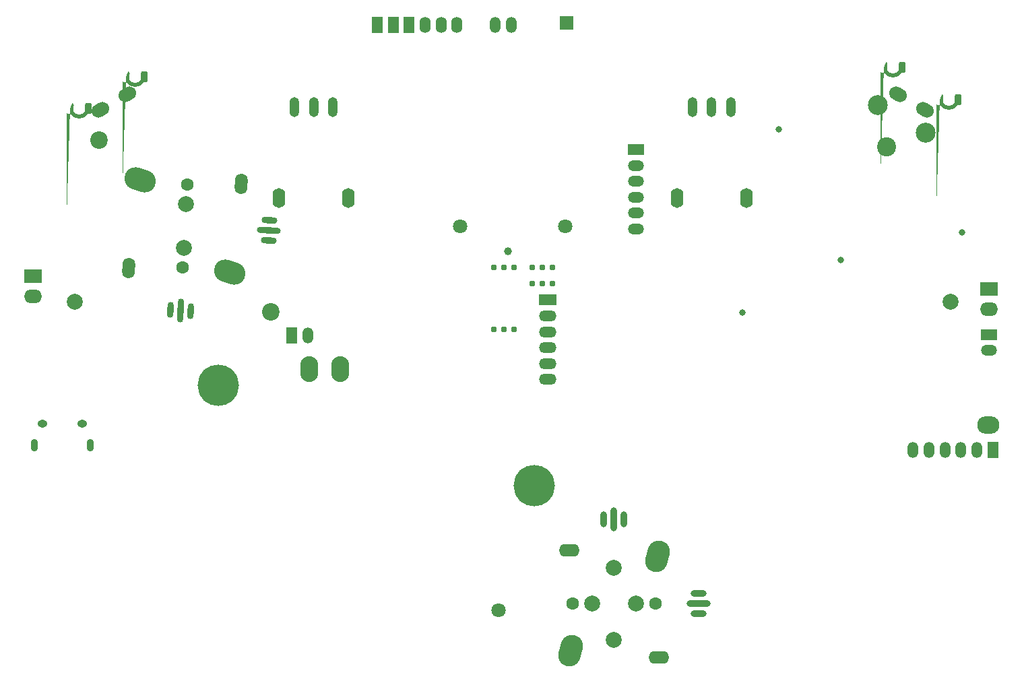
<source format=gbs>
G04 #@! TF.GenerationSoftware,KiCad,Pcbnew,(6.0.9)*
G04 #@! TF.CreationDate,2022-12-12T22:53:00-08:00*
G04 #@! TF.ProjectId,PhoZL-2.0.2,50686f5a-4c2d-4322-9e30-2e322e6b6963,rev?*
G04 #@! TF.SameCoordinates,Original*
G04 #@! TF.FileFunction,Soldermask,Bot*
G04 #@! TF.FilePolarity,Negative*
%FSLAX46Y46*%
G04 Gerber Fmt 4.6, Leading zero omitted, Abs format (unit mm)*
G04 Created by KiCad (PCBNEW (6.0.9)) date 2022-12-12 22:53:00*
%MOMM*%
%LPD*%
G01*
G04 APERTURE LIST*
G04 Aperture macros list*
%AMHorizOval*
0 Thick line with rounded ends*
0 $1 width*
0 $2 $3 position (X,Y) of the first rounded end (center of the circle)*
0 $4 $5 position (X,Y) of the second rounded end (center of the circle)*
0 Add line between two ends*
20,1,$1,$2,$3,$4,$5,0*
0 Add two circle primitives to create the rounded ends*
1,1,$1,$2,$3*
1,1,$1,$4,$5*%
%AMFreePoly0*
4,1,57,0.276537,0.684776,0.341421,0.641421,0.384776,0.576537,0.400000,0.500000,0.400000,-0.300961,0.458548,-0.402369,0.578106,-0.535153,0.722659,-0.640176,0.885889,-0.712851,1.060661,-0.750001,1.239339,-0.750000,1.414112,-0.712851,1.577341,-0.640176,1.721894,-0.535153,1.841452,-0.402369,1.900000,-0.300961,1.900000,0.500000,1.915224,0.576537,1.958579,0.641421,2.023463,0.684776,
2.100000,0.700000,2.500000,0.700000,2.576537,0.684776,2.641421,0.641421,2.684776,0.576537,2.700000,0.500000,2.700001,-0.500000,2.684776,-0.576537,2.641421,-0.641421,2.576537,-0.684776,2.500001,-0.700000,2.234409,-0.700000,2.215340,-0.729187,2.064330,-0.893227,1.888381,-1.030175,1.692289,-1.136294,1.481405,-1.208690,1.261482,-1.245389,1.038518,-1.245390,0.818595,-1.208690,
0.607711,-1.136294,0.411620,-1.030175,0.235670,-0.893227,0.084660,-0.729187,0.065590,-0.700000,-0.200000,-0.700000,-0.276537,-0.684776,-0.341421,-0.641421,-0.384776,-0.576537,-0.400000,-0.500000,-0.400000,0.500000,-0.384776,0.576537,-0.341421,0.641421,-0.276537,0.684776,-0.200000,0.700000,0.200000,0.700000,0.276537,0.684776,0.276537,0.684776,$1*%
G04 Aperture macros list end*
%ADD10C,0.800000*%
%ADD11HorizOval,1.700000X0.259808X-0.150000X-0.259808X0.150000X0*%
%ADD12FreePoly0,330.000000*%
%ADD13C,2.500000*%
%ADD14C,2.000000*%
%ADD15C,1.600000*%
%ADD16HorizOval,2.800000X-0.568661X0.191376X0.568661X-0.191376X0*%
%ADD17HorizOval,1.600000X0.026168X0.499315X-0.026168X-0.499315X0*%
%ADD18HorizOval,0.800000X0.031402X0.599178X-0.031402X-0.599178X0*%
%ADD19HorizOval,0.800000X0.057570X1.098492X-0.057570X-1.098492X0*%
%ADD20HorizOval,0.800000X-0.599178X0.031402X0.599178X-0.031402X0*%
%ADD21HorizOval,0.800000X-1.098492X0.057570X1.098492X-0.057570X0*%
%ADD22C,1.000000*%
%ADD23C,5.200000*%
%ADD24C,1.800000*%
%ADD25C,2.400000*%
%ADD26C,2.200000*%
%ADD27O,2.800000X2.200000*%
%ADD28R,1.700000X1.700000*%
%ADD29C,0.787400*%
%ADD30O,2.600000X1.600000*%
%ADD31HorizOval,2.800000X-0.161352X-0.577898X0.161352X0.577898X0*%
%ADD32O,2.000000X0.800000*%
%ADD33O,3.000000X0.800000*%
%ADD34O,0.800000X2.000000*%
%ADD35O,0.800000X3.000000*%
%ADD36O,1.350000X2.000000*%
%ADD37O,1.250000X0.950000*%
%ADD38O,0.890000X1.550000*%
%ADD39HorizOval,1.700000X0.259808X0.150000X-0.259808X-0.150000X0*%
%ADD40FreePoly0,30.000000*%
%ADD41O,2.250000X1.700000*%
%ADD42R,2.250000X1.700000*%
%ADD43O,1.600000X2.500000*%
%ADD44O,1.250000X2.500000*%
%ADD45O,1.400000X2.000000*%
%ADD46R,1.400000X2.000000*%
%ADD47R,2.000000X1.350000*%
%ADD48O,2.000000X1.350000*%
%ADD49R,2.200000X1.350000*%
%ADD50O,2.200000X1.350000*%
%ADD51O,2.250000X3.250000*%
%ADD52R,1.350000X2.000000*%
G04 APERTURE END LIST*
D10*
X152240000Y-55380000D03*
X139861054Y-62025251D03*
D11*
X159452694Y-34530000D03*
X162830192Y-36480000D03*
D12*
X157638111Y-31172949D03*
X164652917Y-35222949D03*
D13*
X162922532Y-39420064D03*
X156860354Y-35920064D03*
D14*
X69651159Y-53874463D03*
D15*
X70068538Y-45910393D03*
D16*
X64160011Y-45345390D03*
X75430155Y-56911074D03*
D17*
X76831531Y-45839243D03*
D15*
X69521628Y-56346071D03*
D17*
X62758635Y-56417221D03*
D14*
X69939007Y-48382001D03*
D10*
X67972062Y-61647238D03*
D18*
X67972062Y-61647238D03*
D19*
X69240322Y-61713705D03*
D10*
X69240322Y-61713705D03*
D18*
X70508581Y-61780172D03*
D10*
X70508581Y-61780172D03*
D20*
X80314089Y-52951253D03*
D10*
X80314089Y-52951253D03*
D21*
X80380556Y-51682993D03*
D10*
X80380556Y-51682993D03*
X80447023Y-50414734D03*
D20*
X80447023Y-50414734D03*
D22*
X110390000Y-54280000D03*
D10*
X144408672Y-38932159D03*
D23*
X73990000Y-71130000D03*
D14*
X55990000Y-60630000D03*
D24*
X104390000Y-51130000D03*
X117590000Y-51130000D03*
D25*
X157990000Y-41130000D03*
D14*
X165990000Y-60630000D03*
D26*
X59006622Y-40346621D03*
D10*
X167434020Y-51886035D03*
D27*
X170790000Y-76130000D03*
D26*
X80573378Y-61913378D03*
D28*
X117800000Y-25600000D03*
D29*
X114757200Y-56279325D03*
X113487200Y-56279325D03*
X116027200Y-58310175D03*
X114757200Y-58310175D03*
X116027200Y-56279325D03*
X113487200Y-58310175D03*
D15*
X128944000Y-98604552D03*
D30*
X129369000Y-105354552D03*
D14*
X120969000Y-98604552D03*
X126469000Y-98604552D03*
D30*
X118069000Y-91854552D03*
D31*
X129199000Y-92674552D03*
D15*
X118494000Y-98604552D03*
D31*
X118239000Y-104534552D03*
D10*
X134319000Y-99874552D03*
D32*
X134319000Y-99874552D03*
D33*
X134319000Y-98604552D03*
D10*
X134319000Y-98604552D03*
D32*
X134319000Y-97334552D03*
D10*
X134319000Y-97334552D03*
X124989000Y-88004552D03*
D34*
X124989000Y-88004552D03*
D35*
X123719000Y-88004552D03*
D10*
X123719000Y-88004552D03*
D34*
X122449000Y-88004552D03*
D10*
X122449000Y-88004552D03*
D29*
X111150400Y-56326850D03*
X111150400Y-64126850D03*
X108610400Y-56326850D03*
X109880400Y-64126850D03*
X108610400Y-64126850D03*
X109880400Y-56326850D03*
D23*
X113719000Y-83754552D03*
D36*
X108800000Y-25800000D03*
X110800000Y-25800000D03*
D14*
X123719000Y-94104552D03*
D37*
X56900000Y-76000000D03*
D38*
X50900000Y-78700000D03*
X57900000Y-78700000D03*
D37*
X51900000Y-76000000D03*
D39*
X59153751Y-36480000D03*
X62531249Y-34530000D03*
D40*
X55339168Y-36372949D03*
X62353974Y-32322949D03*
D14*
X123719000Y-103104552D03*
D24*
X109244000Y-99404552D03*
D41*
X50750000Y-60000000D03*
D42*
X50750000Y-57460000D03*
D41*
X170815000Y-61595000D03*
D42*
X170815000Y-59055000D03*
D43*
X131640000Y-47630000D03*
X140340000Y-47630000D03*
D44*
X138390000Y-36130000D03*
X135990000Y-36130000D03*
X133590000Y-36130000D03*
D43*
X81640000Y-47630000D03*
X90340000Y-47630000D03*
D44*
X88390000Y-36130000D03*
X85990000Y-36130000D03*
X83590000Y-36130000D03*
D45*
X103990000Y-25830000D03*
X101990000Y-25830000D03*
X99990000Y-25830000D03*
D46*
X97990000Y-25830000D03*
X95990000Y-25830000D03*
X93990000Y-25830000D03*
D47*
X170815000Y-64761000D03*
D48*
X170815000Y-66761000D03*
X126500000Y-51500000D03*
X126500000Y-49500000D03*
X126500000Y-47500000D03*
X126500000Y-45500000D03*
X126500000Y-43500000D03*
D47*
X126500000Y-41500000D03*
D49*
X115366800Y-60410000D03*
D50*
X115366800Y-62410000D03*
X115366800Y-64410000D03*
X115366800Y-66410000D03*
X115366800Y-68410000D03*
X115366800Y-70410000D03*
D51*
X85390000Y-69130000D03*
X89290000Y-69130000D03*
D52*
X171319200Y-79222600D03*
D36*
X169319200Y-79222600D03*
X167319200Y-79222600D03*
X165319200Y-79222600D03*
X163319200Y-79222600D03*
X161319200Y-79222600D03*
D52*
X83226400Y-64871600D03*
D36*
X85226400Y-64871600D03*
M02*

</source>
